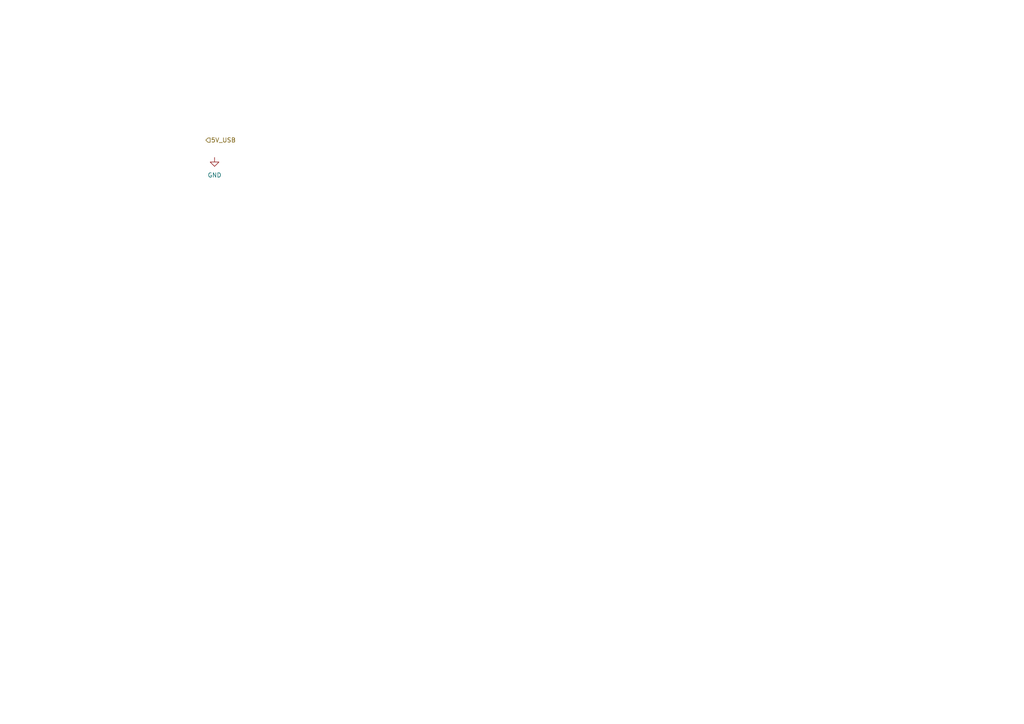
<source format=kicad_sch>
(kicad_sch (version 20250114) (generator "eeschema") (generator_version "9.0")
  (paper "A4")
  (lib_symbols
    (symbol "power:GND" (power) (pin_numbers (hide yes)) (pin_names (offset 0) (hide yes))
      (property "Value" "GND" (at 0 -3.81 0))
      (symbol "GND_0_1"
        (polyline (pts (xy 0 0) (xy 0 -1.27) (xy 1.27 -1.27) (xy 0 -2.54) (xy -1.27 -1.27) (xy 0 -1.27)))
      )
      (symbol "GND_1_1"
        (pin power_in line (at 0 0 270) (length 0) (name "~") (number "1"))
      )
    )
  )
  (hierarchical_label "5V_USB" (shape input) (at 59.69 40.64 0))
  (symbol (lib_id "power:GND") (at 62.23 45.72 0) (unit 1)
    (property "Reference" "#PWR01" (effects (hide yes)))
    (property "Value" "GND" (at 62.23 50.8 0))
    (property "Description" "Power symbol creates a global label with name \"GND\" , ground" (effects (hide yes)))
  )
)
</source>
